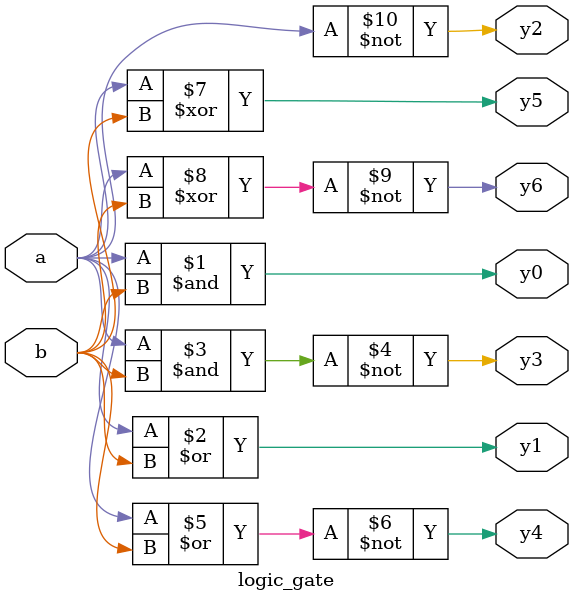
<source format=v>
`timescale 1ns / 1ps


module logic_gate(
    input a,b,
    output y0,y1,y2,y3,y4,y5,y6
    );
    and (y0,a,b);
    or (y1,a,b);
    not (y2,a);
    nand (y3,a,b);
    nor (y4,a,b);
    xor (y5,a,b);
    xnor (y6,a,b);
endmodule

</source>
